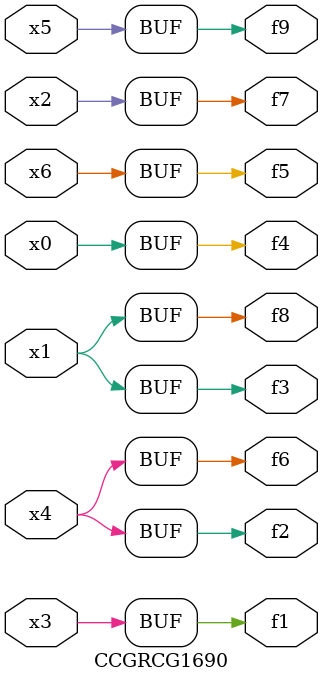
<source format=v>
module CCGRCG1690(
	input x0, x1, x2, x3, x4, x5, x6,
	output f1, f2, f3, f4, f5, f6, f7, f8, f9
);
	assign f1 = x3;
	assign f2 = x4;
	assign f3 = x1;
	assign f4 = x0;
	assign f5 = x6;
	assign f6 = x4;
	assign f7 = x2;
	assign f8 = x1;
	assign f9 = x5;
endmodule

</source>
